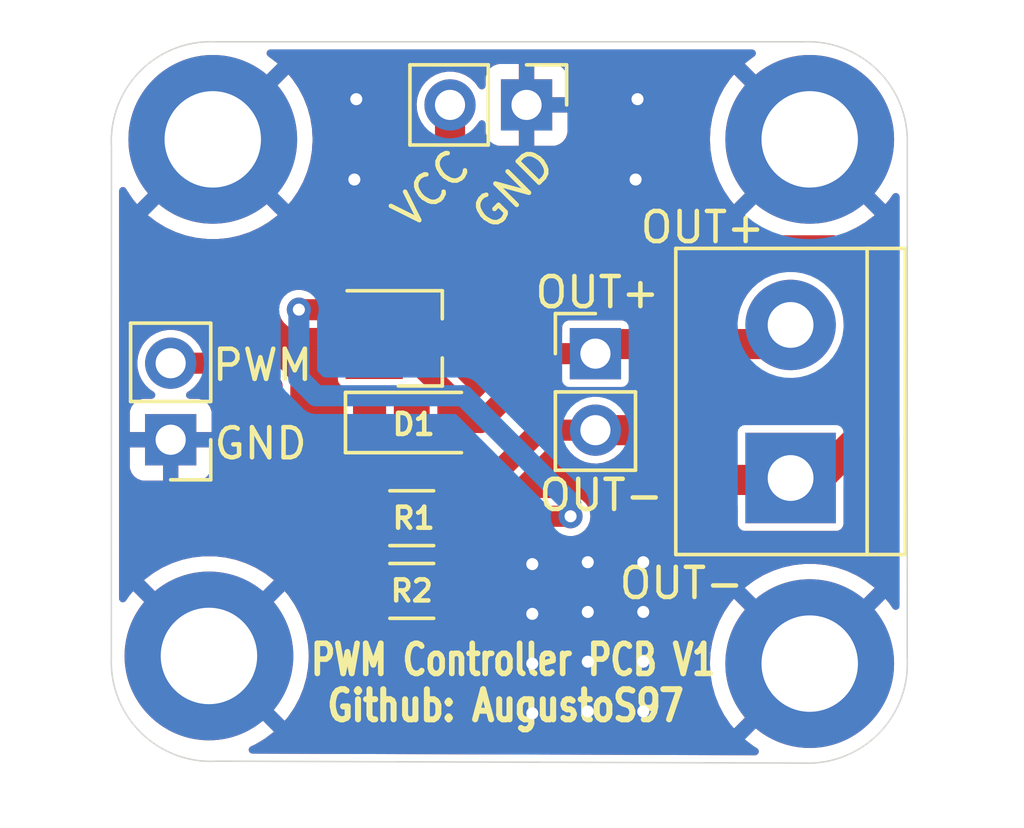
<source format=kicad_pcb>
(kicad_pcb (version 20211014) (generator pcbnew)
  (layers (0 "F.Cu" signal) (31 "B.Cu" signal) (34 "B.Paste" user) (35 "F.Paste" user) (36 "B.SilkS" user "B.Silkscreen") (37 "F.SilkS" user "F.Silkscreen") (38 "B.Mask" user) (39 "F.Mask" user) (44 "Edge.Cuts" user))
  (net 0 "")
  (net 1 "/FAN_V-")
  (net 2 "GND")
  (net 3 "PWM")
  (net 4 "Net-(Q1-Pad1)")
  (net 5 "VCC")
  (footprint "Diode_SMD:D_SOD-123F" (layer "F.Cu") (at 114.4905 121.158)
    (fp_text reference "D1" (at 0.0635 0.0635) (layer "F.SilkS") (effects (font (size 0.7 0.7))))
    (fp_text value "1N4007")
    (fp_line (start -2.2 -1) (end 1.65 -1) (layer "F.SilkS") (width 0.12))
    (fp_line (start -2.2 1) (end 1.65 1) (layer "F.SilkS") (width 0.12))
    (fp_line (start -2.2 -1) (end -2.2 1) (layer "F.SilkS") (width 0.12))
    (pad "1" smd rect locked (at -1.4 0) (size 1.1 1.1) (layers "F.Cu" "F.Paste" "F.Mask") (net 5 "VCC"))
    (pad "2" smd rect locked (at 1.4 0) (size 1.1 1.1) (layers "F.Cu" "F.Paste" "F.Mask") (net 1 "/FAN_V-"))
  )
  (footprint "MountingHole:MountingHole_3.2mm_M3_DIN965_Pad" (layer "F.Cu") (at 127.6985 111.76)
    (fp_text reference "H1" hide)
    (fp_text value "MountingHole_Pad")
    (pad "1" thru_hole circle locked (at 0 0) (size 5.6 5.6) (drill 3.2) (layers *.Cu *.Mask) (net 2 "GND"))
  )
  (footprint "MountingHole:MountingHole_3.2mm_M3_DIN965_Pad" (layer "F.Cu") (at 107.8865 111.76)
    (fp_text reference "H2" hide)
    (fp_text value "MountingHole_Pad")
    (pad "1" thru_hole circle locked (at 0 0) (size 5.6 5.6) (drill 3.2) (layers *.Cu *.Mask) (net 2 "GND"))
  )
  (footprint "MountingHole:MountingHole_3.2mm_M3_DIN965_Pad" (layer "F.Cu") (at 127.6985 129.159)
    (fp_text reference "H3" hide)
    (fp_text value "MountingHole_Pad")
    (pad "1" thru_hole circle locked (at 0 0) (size 5.6 5.6) (drill 3.2) (layers *.Cu *.Mask) (net 2 "GND"))
  )
  (footprint "Connector_PinHeader_2.54mm:PinHeader_1x02_P2.54mm_Vertical" (layer "F.Cu") (at 120.5865 118.872)
    (fp_text reference "J1" hide)
    (fp_text value "MOTOR_CON")
    (fp_line (start -1.33 0) (end -1.33 -1.33) (layer "F.SilkS") (width 0.12))
    (fp_line (start -1.33 -1.33) (end 0 -1.33) (layer "F.SilkS") (width 0.12))
    (fp_line (start 1.33 1.27) (end 1.33 3.87) (layer "F.SilkS") (width 0.12))
    (fp_line (start -1.33 1.27) (end 1.33 1.27) (layer "F.SilkS") (width 0.12))
    (fp_line (start -1.33 3.87) (end 1.33 3.87) (layer "F.SilkS") (width 0.12))
    (fp_line (start -1.33 1.27) (end -1.33 3.87) (layer "F.SilkS") (width 0.12))
    (pad "1" thru_hole rect locked (at 0 0) (size 1.7 1.7) (drill 1) (layers *.Cu *.Mask) (net 1 "/FAN_V-"))
    (pad "2" thru_hole oval locked (at 0 2.54) (size 1.7 1.7) (drill 1) (layers *.Cu *.Mask) (net 5 "VCC"))
  )
  (footprint "Connector_PinHeader_2.54mm:PinHeader_1x02_P2.54mm_Vertical" (layer "F.Cu") (at 118.3005 110.617 -90)
    (fp_text reference "J4" hide)
    (fp_text value "VCC_CON")
    (fp_line (start -1.33 0) (end -1.33 -1.33) (layer "F.SilkS") (width 0.12))
    (fp_line (start -1.33 1.27) (end 1.33 1.27) (layer "F.SilkS") (width 0.12))
    (fp_line (start 1.33 1.27) (end 1.33 3.87) (layer "F.SilkS") (width 0.12))
    (fp_line (start -1.33 1.27) (end -1.33 3.87) (layer "F.SilkS") (width 0.12))
    (fp_line (start -1.33 3.87) (end 1.33 3.87) (layer "F.SilkS") (width 0.12))
    (fp_line (start -1.33 -1.33) (end 0 -1.33) (layer "F.SilkS") (width 0.12))
    (pad "1" thru_hole rect locked (at 0 0 270) (size 1.7 1.7) (drill 1) (layers *.Cu *.Mask) (net 2 "GND"))
    (pad "2" thru_hole oval locked (at 0 2.54 270) (size 1.7 1.7) (drill 1) (layers *.Cu *.Mask) (net 5 "VCC"))
  )
  (footprint "Package_TO_SOT_SMD:SOT-23_Handsoldering" (layer "F.Cu") (at 114.7445 118.364)
    (fp_text reference "Q1" hide)
    (fp_text value "2N2222A")
    (fp_line (start 0.76 1.58) (end -0.7 1.58) (layer "F.SilkS") (width 0.12))
    (fp_line (start 0.76 1.58) (end 0.76 0.65) (layer "F.SilkS") (width 0.12))
    (fp_line (start 0.76 -1.58) (end 0.76 -0.65) (layer "F.SilkS") (width 0.12))
    (fp_line (start 0.76 -1.58) (end -2.4 -1.58) (layer "F.SilkS") (width 0.12))
    (pad "1" smd rect locked (at -1.5 -0.95) (size 1.9 0.8) (layers "F.Cu" "F.Paste" "F.Mask") (net 4 "Net-(Q1-Pad1)"))
    (pad "2" smd rect locked (at -1.5 0.95) (size 1.9 0.8) (layers "F.Cu" "F.Paste" "F.Mask") (net 1 "/FAN_V-"))
    (pad "3" smd rect locked (at 1.5 0) (size 1.9 0.8) (layers "F.Cu" "F.Paste" "F.Mask") (net 2 "GND"))
  )
  (footprint "TerminalBlock:TerminalBlock_bornier-2_P5.08mm" (layer "F.Cu") (at 127.0635 122.9995 90)
    (fp_text reference "J2" hide)
    (fp_text value "Screw_Terminal_01x02")
    (fp_line (start 7.62 3.81) (end 7.62 -3.81) (layer "F.SilkS") (width 0.12))
    (fp_line (start 7.62 2.54) (end -2.54 2.54) (layer "F.SilkS") (width 0.12))
    (fp_line (start 7.62 -3.81) (end -2.54 -3.81) (layer "F.SilkS") (width 0.12))
    (fp_line (start -2.54 3.81) (end 7.62 3.81) (layer "F.SilkS") (width 0.12))
    (fp_line (start -2.54 -3.81) (end -2.54 3.81) (layer "F.SilkS") (width 0.12))
    (pad "1" thru_hole rect locked (at 0 0 90) (size 3 3) (drill 1.52) (layers *.Cu *.Mask) (net 5 "VCC"))
    (pad "2" thru_hole circle locked (at 5.08 0 90) (size 3 3) (drill 1.52) (layers *.Cu *.Mask) (net 1 "/FAN_V-"))
  )
  (footprint "MountingHole:MountingHole_3.2mm_M3_DIN965_Pad" (layer "F.Cu") (at 107.7595 128.905)
    (fp_text reference "H4" hide)
    (fp_text value "MountingHole_Pad")
    (pad "1" thru_hole circle locked (at 0 0) (size 5.6 5.6) (drill 3.2) (layers *.Cu *.Mask) (net 2 "GND"))
  )
  (footprint "Connector_PinHeader_2.54mm:PinHeader_1x02_P2.54mm_Vertical" (layer "F.Cu") (at 106.4895 121.7295 180)
    (fp_text reference "J3" hide)
    (fp_text value "PWM_IN")
    (fp_line (start -1.33 -1.33) (end 0 -1.33) (layer "F.SilkS") (width 0.12))
    (fp_line (start -1.33 0) (end -1.33 -1.33) (layer "F.SilkS") (width 0.12))
    (fp_line (start -1.33 1.27) (end -1.33 3.87) (layer "F.SilkS") (width 0.12))
    (fp_line (start 1.33 1.27) (end 1.33 3.87) (layer "F.SilkS") (width 0.12))
    (fp_line (start -1.33 3.87) (end 1.33 3.87) (layer "F.SilkS") (width 0.12))
    (fp_line (start -1.33 1.27) (end 1.33 1.27) (layer "F.SilkS") (width 0.12))
    (pad "1" thru_hole rect locked (at 0 0 180) (size 1.7 1.7) (drill 1) (layers *.Cu *.Mask) (net 2 "GND"))
    (pad "2" thru_hole oval locked (at 0 2.54 180) (size 1.7 1.7) (drill 1) (layers *.Cu *.Mask) (net 3 "PWM"))
  )
  (footprint "Resistor_SMD:R_1206_3216Metric_Pad1.30x1.75mm_HandSolder" (layer "F.Cu") (at 114.4905 126.746)
    (fp_text reference "R2" (at 0 0) (layer "F.SilkS") (effects (font (size 0.7 0.7))))
    (fp_text value "10k")
    (fp_line (start -0.727064 0.91) (end 0.727064 0.91) (layer "F.SilkS") (width 0.12))
    (fp_line (start -0.727064 -0.91) (end 0.727064 -0.91) (layer "F.SilkS") (width 0.12))
    (pad "1" smd roundrect locked (at -1.55 0) (size 1.3 1.75) (layers "F.Cu" "F.Paste" "F.Mask") (roundrect_rratio 0.1923076923) (net 4 "Net-(Q1-Pad1)"))
    (pad "2" smd roundrect locked (at 1.55 0) (size 1.3 1.75) (layers "F.Cu" "F.Paste" "F.Mask") (roundrect_rratio 0.1923076923) (net 2 "GND"))
  )
  (footprint "Resistor_SMD:R_1206_3216Metric_Pad1.30x1.75mm_HandSolder" (layer "F.Cu") (at 114.4905 124.333 180)
    (fp_text reference "R1" (at -0.0635 0) (layer "F.SilkS") (effects (font (size 0.7 0.7))))
    (fp_text value "1k")
    (fp_line (start -0.727064 0.91) (end 0.727064 0.91) (layer "F.SilkS") (width 0.12))
    (fp_line (start -0.727064 -0.91) (end 0.727064 -0.91) (layer "F.SilkS") (width 0.12))
    (pad "1" smd roundrect locked (at -1.55 0 180) (size 1.3 1.75) (layers "F.Cu" "F.Paste" "F.Mask") (roundrect_rratio 0.1923076923) (net 4 "Net-(Q1-Pad1)"))
    (pad "2" smd roundrect locked (at 1.55 0 180) (size 1.3 1.75) (layers "F.Cu" "F.Paste" "F.Mask") (roundrect_rratio 0.1923076923) (net 3 "PWM"))
  )
  (gr_line (start 127.4445 108.5215) (end 107.95 108.5215) (layer "Edge.Cuts") (width 0.05))
  (gr_arc (start 127.444675 108.524545) (mid 129.94907 109.4646) (end 130.936999 111.950499) (layer "Edge.Cuts") (width 0.05))
  (gr_arc (start 108.013324 132.3975) (mid 105.508929 131.457445) (end 104.521 128.971546) (layer "Edge.Cuts") (width 0.05))
  (gr_line (start 108.0135 132.3975) (end 127.508001 132.460999) (layer "Edge.Cuts") (width 0.05))
  (gr_arc (start 130.933955 128.968675) (mid 129.9939 131.47307) (end 127.508001 132.460999) (layer "Edge.Cuts") (width 0.05))
  (gr_line (start 104.524045 112.013825) (end 104.521 128.9685) (layer "Edge.Cuts") (width 0.05))
  (gr_line (start 130.933955 128.968675) (end 130.936999 111.950499) (layer "Edge.Cuts") (width 0.05))
  (gr_arc (start 104.524045 112.013825) (mid 105.4641 109.50943) (end 107.949999 108.521501) (layer "Edge.Cuts") (width 0.05))
  (gr_text "GND" (at 117.856 113.411 45) (layer "F.SilkS") (effects (font (size 1 1))))
  (gr_text "GND" (at 109.474 121.8565) (layer "F.SilkS") (effects (font (size 1 1))))
  (gr_text "PWM" (at 109.5375 119.253) (layer "F.SilkS") (effects (font (size 1 1))))
  (gr_text "OUT+" (at 124.1425 114.681) (layer "F.SilkS") (effects (font (size 1 1))))
  (gr_text "OUT-" (at 123.444 126.492) (layer "F.SilkS") (effects (font (size 1 1))))
  (gr_text "OUT+" (at 120.65 116.84) (layer "F.SilkS") (effects (font (size 1 1))))
  (gr_text "VCC" (at 115.1255 113.411 45) (layer "F.SilkS") (effects (font (size 1 1))))
  (gr_text "PWM Controller PCB V1" (at 117.856 129.032) (layer "F.SilkS") (effects (font (size 1 0.75) (thickness 0.1875))))
  (gr_text "Github: AugustoS97" (at 117.602 130.556) (layer "F.SilkS") (effects (font (size 1 0.8) (thickness 0.2))))
  (gr_text "OUT-" (at 120.777 123.571) (layer "F.SilkS") (effects (font (size 1 1))))
  (segment (start 126.6825 117.9195) (end 126.619 117.983) (width 1) (layer "F.Cu") (net 1))
  (segment (start 115.8905 121.158) (end 116.7765 121.158) (width 0.7) (layer "F.Cu") (net 1))
  (segment (start 127.0635 117.9195) (end 126.6825 117.9195) (width 1) (layer "F.Cu") (net 1))
  (segment (start 120.904 118.5545) (end 126.4285 118.5545) (width 1) (layer "F.Cu") (net 1))
  (segment (start 113.2445 119.314) (end 114.8055 119.314) (width 0.7) (layer "F.Cu") (net 1))
  (segment (start 115.8905 120.399) (end 115.8905 121.158) (width 0.7) (layer "F.Cu") (net 1))
  (segment (start 120.5865 118.872) (end 120.904 118.5545) (width 1) (layer "F.Cu") (net 1))
  (segment (start 116.7765 121.158) (end 119.0625 118.872) (width 0.7) (layer "F.Cu") (net 1))
  (segment (start 114.8055 119.314) (end 115.8905 120.399) (width 0.7) (layer "F.Cu") (net 1))
  (segment (start 119.0625 118.872) (end 120.5865 118.872) (width 0.7) (layer "F.Cu") (net 1))
  (segment (start 126.4285 118.5545) (end 127.0635 117.9195) (width 1) (layer "F.Cu") (net 1))
  (via (at 121.92 113.0935) (size 0.8) (drill 0.4) (layers "F.Cu" "B.Cu") (net 2))
  (via (at 121.9835 110.4265) (size 0.8) (drill 0.4) (layers "F.Cu" "B.Cu") (net 2))
  (via (at 120.3325 127.4445) (size 0.8) (drill 0.4) (layers "F.Cu" "B.Cu") (net 2))
  (via (at 120.3325 129.0955) (size 0.8) (drill 0.4) (layers "F.Cu" "B.Cu") (net 2))
  (via (at 120.3325 130.7465) (size 0.8) (drill 0.4) (layers "F.Cu" "B.Cu") (net 2))
  (via (at 120.3325 125.7935) (size 0.8) (drill 0.4) (layers "F.Cu" "B.Cu") (net 2))
  (via (at 122.174 130.7465) (size 0.8) (drill 0.4) (layers "F.Cu" "B.Cu") (net 2))
  (via (at 118.491 125.857) (size 0.8) (drill 0.4) (layers "F.Cu" "B.Cu") (net 2))
  (via (at 112.5855 113.0935) (size 0.8) (drill 0.4) (layers "F.Cu" "B.Cu") (net 2))
  (via (at 118.491 130.81) (size 0.8) (drill 0.4) (layers "F.Cu" "B.Cu") (net 2))
  (via (at 122.174 125.7935) (size 0.8) (drill 0.4) (layers "F.Cu" "B.Cu") (net 2))
  (via (at 122.174 129.0955) (size 0.8) (drill 0.4) (layers "F.Cu" "B.Cu") (net 2))
  (via (at 118.491 129.159) (size 0.8) (drill 0.4) (layers "F.Cu" "B.Cu") (net 2))
  (via (at 112.649 110.4265) (size 0.8) (drill 0.4) (layers "F.Cu" "B.Cu") (net 2))
  (via (at 118.491 127.508) (size 0.8) (drill 0.4) (layers "F.Cu" "B.Cu") (net 2))
  (via (at 122.174 127.4445) (size 0.8) (drill 0.4) (layers "F.Cu" "B.Cu") (net 2))
  (segment (start 112.877 124.3965) (end 112.9405 124.333) (width 1) (layer "F.Cu") (net 3))
  (segment (start 112.9405 124.333) (end 112.2045 124.333) (width 0.7) (layer "F.Cu") (net 3))
  (segment (start 109.093 119.1895) (end 106.4895 119.1895) (width 0.7) (layer "F.Cu") (net 3))
  (segment (start 109.855 119.9515) (end 109.093 119.1895) (width 0.7) (layer "F.Cu") (net 3))
  (segment (start 109.855 121.9835) (end 109.855 119.9515) (width 0.7) (layer "F.Cu") (net 3))
  (segment (start 112.2045 124.333) (end 109.855 121.9835) (width 0.7) (layer "F.Cu") (net 3))
  (segment (start 113.6275 126.746) (end 116.0405 124.333) (width 0.7) (layer "F.Cu") (net 4))
  (segment (start 119.761 124.2695) (end 116.104 124.2695) (width 0.7) (layer "F.Cu") (net 4))
  (segment (start 113.2445 117.414) (end 110.7465 117.414) (width 0.7) (layer "F.Cu") (net 4))
  (segment (start 116.104 124.2695) (end 116.0405 124.333) (width 0.7) (layer "F.Cu") (net 4))
  (segment (start 110.7465 117.414) (end 110.744 117.4115) (width 0.7) (layer "F.Cu") (net 4))
  (segment (start 112.9405 126.746) (end 113.6275 126.746) (width 0.7) (layer "F.Cu") (net 4))
  (via (at 110.744 117.4115) (size 0.8) (drill 0.4) (layers "F.Cu" "B.Cu") (net 4))
  (via (at 119.761 124.2695) (size 0.8) (drill 0.4) (layers "F.Cu" "B.Cu") (net 4))
  (segment (start 110.744 119.6975) (end 111.3155 120.269) (width 0.7) (layer "B.Cu") (net 4))
  (segment (start 110.744 117.4115) (end 110.744 119.6975) (width 0.7) (layer "B.Cu") (net 4))
  (segment (start 119.761 123.825) (end 119.761 124.2695) (width 0.7) (layer "B.Cu") (net 4))
  (segment (start 116.205 120.269) (end 119.761 123.825) (width 0.7) (layer "B.Cu") (net 4))
  (segment (start 111.3155 120.269) (end 116.205 120.269) (width 0.7) (layer "B.Cu") (net 4))
  (segment (start 118.745 121.412) (end 120.5865 121.412) (width 0.7) (layer "F.Cu") (net 5))
  (segment (start 115.7605 113.919) (end 115.7605 110.617) (width 1) (layer "F.Cu") (net 5))
  (segment (start 113.0905 121.8535) (end 114.046 122.809) (width 0.7) (layer "F.Cu") (net 5))
  (segment (start 120.5865 121.412) (end 122.301 121.412) (width 1) (layer "F.Cu") (net 5))
  (segment (start 129.7305 121.285) (end 129.7305 116.713) (width 1) (layer "F.Cu") (net 5))
  (segment (start 114.046 122.809) (end 117.348 122.809) (width 0.7) (layer "F.Cu") (net 5))
  (segment (start 113.0905 121.158) (end 113.0905 121.8535) (width 0.7) (layer "F.Cu") (net 5))
  (segment (start 127.9525 123.063) (end 129.7305 121.285) (width 1) (layer "F.Cu") (net 5))
  (segment (start 117.348 122.809) (end 118.745 121.412) (width 0.7) (layer "F.Cu") (net 5))
  (segment (start 122.301 121.412) (end 123.952 123.063) (width 1) (layer "F.Cu") (net 5))
  (segment (start 129.7305 116.713) (end 128.4605 115.443) (width 1) (layer "F.Cu") (net 5))
  (segment (start 117.2845 115.443) (end 115.7605 113.919) (width 1) (layer "F.Cu") (net 5))
  (segment (start 128.4605 115.443) (end 117.2845 115.443) (width 1) (layer "F.Cu") (net 5))
  (segment (start 123.952 123.063) (end 127.9525 123.063) (width 1) (layer "F.Cu") (net 5))
  (zone (net 2) (net_name "GND") (layer "F.Cu") (connect_pads (clearance 0.254)) (min_thickness 0.254) (fill yes (thermal_gap 0.508) (thermal_bridge_width 0.508))
    (polygon (pts (xy 131.064 132.588) (xy 104.394 132.334) (xy 104.394 108.458) (xy 131.064 108.458)))
    (polygon (pts (xy 102.617954 107.247621) (xy 102.5525 107.2515) (xy 102.616 107.1245)))
  )
  (zone (net 2) (net_name "GND") (layer "B.Cu") (connect_pads (clearance 0.254)) (min_thickness 0.254) (fill yes (thermal_gap 0.508) (thermal_bridge_width 0.508))
    (polygon (pts (xy 131.064 108.458) (xy 131.064 132.842) (xy 104.394 132.588) (xy 104.394 109.474) (xy 104.394 108.458)))
  )
)
</source>
